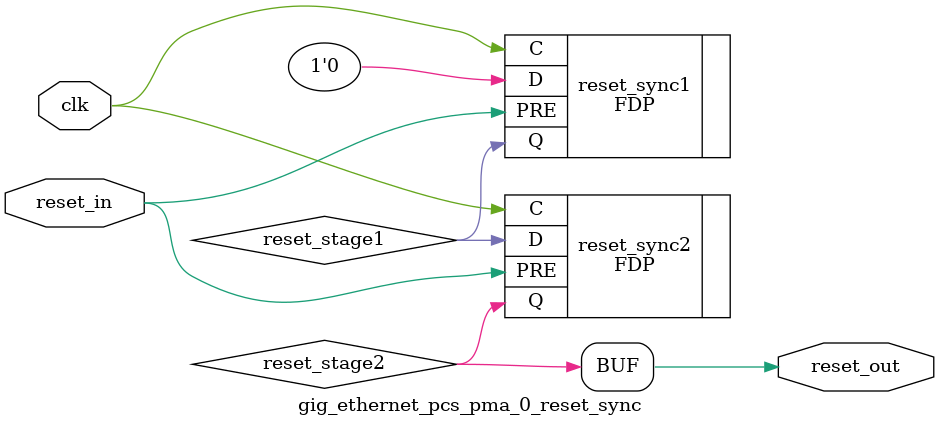
<source format=v>

`timescale 1ps/1ps

(* dont_touch = "yes" *)
module gig_ethernet_pcs_pma_0_reset_sync #(
  parameter INITIALISE = 2'b11
)
(
   input       reset_in,
   input       clk,
   output      reset_out
);


  wire  reset_stage1;

  wire  reset_stage2;

  (* shreg_extract = "no", ASYNC_REG = "true" *)
  FDP #(
   .INIT (INITIALISE[0])
  ) reset_sync1 (
  .C  (clk), 
  .PRE(reset_in),
  .D  (1'b0),
  .Q  (reset_stage1) 
  );
  
  (* shreg_extract = "no", ASYNC_REG = "true" *)
  FDP #(
   .INIT (INITIALISE[1])
  ) reset_sync2 (
  .C  (clk), 
  .PRE(reset_in),
  .D  (reset_stage1),
  .Q  (reset_stage2) 
  );


assign reset_out = reset_stage2;



endmodule

</source>
